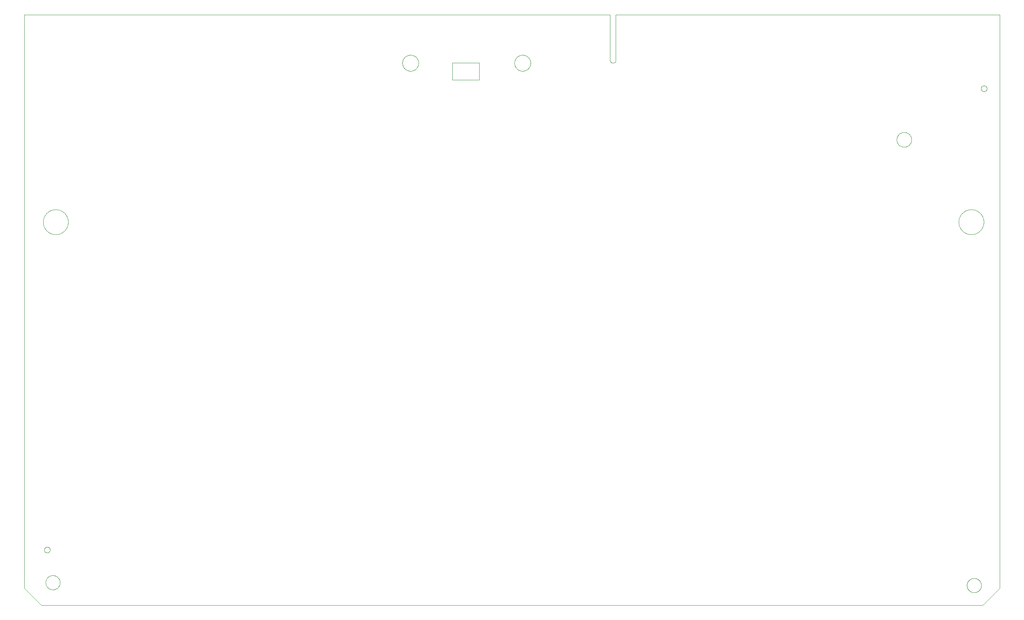
<source format=gko>
G75*
%MOIN*%
%OFA0B0*%
%FSLAX25Y25*%
%IPPOS*%
%LPD*%
%AMOC8*
5,1,8,0,0,1.08239X$1,22.5*
%
%ADD10C,0.00000*%
%ADD11C,0.00100*%
D10*
X0022600Y0007600D02*
X0007600Y0022600D01*
X0007600Y0527600D01*
X0480100Y0527600D01*
X0522600Y0527600D01*
X0522600Y0487600D01*
X0525100Y0485100D02*
X0525198Y0485102D01*
X0525296Y0485108D01*
X0525394Y0485117D01*
X0525491Y0485131D01*
X0525588Y0485148D01*
X0525684Y0485169D01*
X0525779Y0485194D01*
X0525873Y0485222D01*
X0525965Y0485255D01*
X0526057Y0485290D01*
X0526147Y0485330D01*
X0526235Y0485372D01*
X0526322Y0485419D01*
X0526406Y0485468D01*
X0526489Y0485521D01*
X0526569Y0485577D01*
X0526648Y0485637D01*
X0526724Y0485699D01*
X0526797Y0485764D01*
X0526868Y0485832D01*
X0526936Y0485903D01*
X0527001Y0485976D01*
X0527063Y0486052D01*
X0527123Y0486131D01*
X0527179Y0486211D01*
X0527232Y0486294D01*
X0527281Y0486378D01*
X0527328Y0486465D01*
X0527370Y0486553D01*
X0527410Y0486643D01*
X0527445Y0486735D01*
X0527478Y0486827D01*
X0527506Y0486921D01*
X0527531Y0487016D01*
X0527552Y0487112D01*
X0527569Y0487209D01*
X0527583Y0487306D01*
X0527592Y0487404D01*
X0527598Y0487502D01*
X0527600Y0487600D01*
X0527600Y0527600D01*
X0760100Y0527600D01*
X0865100Y0527600D01*
X0865100Y0022600D01*
X0850100Y0007600D01*
X0022600Y0007600D01*
X0026301Y0027600D02*
X0026303Y0027758D01*
X0026309Y0027916D01*
X0026319Y0028074D01*
X0026333Y0028232D01*
X0026351Y0028389D01*
X0026372Y0028546D01*
X0026398Y0028702D01*
X0026428Y0028858D01*
X0026461Y0029013D01*
X0026499Y0029166D01*
X0026540Y0029319D01*
X0026585Y0029471D01*
X0026634Y0029622D01*
X0026687Y0029771D01*
X0026743Y0029919D01*
X0026803Y0030065D01*
X0026867Y0030210D01*
X0026935Y0030353D01*
X0027006Y0030495D01*
X0027080Y0030635D01*
X0027158Y0030772D01*
X0027240Y0030908D01*
X0027324Y0031042D01*
X0027413Y0031173D01*
X0027504Y0031302D01*
X0027599Y0031429D01*
X0027696Y0031554D01*
X0027797Y0031676D01*
X0027901Y0031795D01*
X0028008Y0031912D01*
X0028118Y0032026D01*
X0028231Y0032137D01*
X0028346Y0032246D01*
X0028464Y0032351D01*
X0028585Y0032453D01*
X0028708Y0032553D01*
X0028834Y0032649D01*
X0028962Y0032742D01*
X0029092Y0032832D01*
X0029225Y0032918D01*
X0029360Y0033002D01*
X0029496Y0033081D01*
X0029635Y0033158D01*
X0029776Y0033230D01*
X0029918Y0033300D01*
X0030062Y0033365D01*
X0030208Y0033427D01*
X0030355Y0033485D01*
X0030504Y0033540D01*
X0030654Y0033591D01*
X0030805Y0033638D01*
X0030957Y0033681D01*
X0031110Y0033720D01*
X0031265Y0033756D01*
X0031420Y0033787D01*
X0031576Y0033815D01*
X0031732Y0033839D01*
X0031889Y0033859D01*
X0032047Y0033875D01*
X0032204Y0033887D01*
X0032363Y0033895D01*
X0032521Y0033899D01*
X0032679Y0033899D01*
X0032837Y0033895D01*
X0032996Y0033887D01*
X0033153Y0033875D01*
X0033311Y0033859D01*
X0033468Y0033839D01*
X0033624Y0033815D01*
X0033780Y0033787D01*
X0033935Y0033756D01*
X0034090Y0033720D01*
X0034243Y0033681D01*
X0034395Y0033638D01*
X0034546Y0033591D01*
X0034696Y0033540D01*
X0034845Y0033485D01*
X0034992Y0033427D01*
X0035138Y0033365D01*
X0035282Y0033300D01*
X0035424Y0033230D01*
X0035565Y0033158D01*
X0035704Y0033081D01*
X0035840Y0033002D01*
X0035975Y0032918D01*
X0036108Y0032832D01*
X0036238Y0032742D01*
X0036366Y0032649D01*
X0036492Y0032553D01*
X0036615Y0032453D01*
X0036736Y0032351D01*
X0036854Y0032246D01*
X0036969Y0032137D01*
X0037082Y0032026D01*
X0037192Y0031912D01*
X0037299Y0031795D01*
X0037403Y0031676D01*
X0037504Y0031554D01*
X0037601Y0031429D01*
X0037696Y0031302D01*
X0037787Y0031173D01*
X0037876Y0031042D01*
X0037960Y0030908D01*
X0038042Y0030772D01*
X0038120Y0030635D01*
X0038194Y0030495D01*
X0038265Y0030353D01*
X0038333Y0030210D01*
X0038397Y0030065D01*
X0038457Y0029919D01*
X0038513Y0029771D01*
X0038566Y0029622D01*
X0038615Y0029471D01*
X0038660Y0029319D01*
X0038701Y0029166D01*
X0038739Y0029013D01*
X0038772Y0028858D01*
X0038802Y0028702D01*
X0038828Y0028546D01*
X0038849Y0028389D01*
X0038867Y0028232D01*
X0038881Y0028074D01*
X0038891Y0027916D01*
X0038897Y0027758D01*
X0038899Y0027600D01*
X0038897Y0027442D01*
X0038891Y0027284D01*
X0038881Y0027126D01*
X0038867Y0026968D01*
X0038849Y0026811D01*
X0038828Y0026654D01*
X0038802Y0026498D01*
X0038772Y0026342D01*
X0038739Y0026187D01*
X0038701Y0026034D01*
X0038660Y0025881D01*
X0038615Y0025729D01*
X0038566Y0025578D01*
X0038513Y0025429D01*
X0038457Y0025281D01*
X0038397Y0025135D01*
X0038333Y0024990D01*
X0038265Y0024847D01*
X0038194Y0024705D01*
X0038120Y0024565D01*
X0038042Y0024428D01*
X0037960Y0024292D01*
X0037876Y0024158D01*
X0037787Y0024027D01*
X0037696Y0023898D01*
X0037601Y0023771D01*
X0037504Y0023646D01*
X0037403Y0023524D01*
X0037299Y0023405D01*
X0037192Y0023288D01*
X0037082Y0023174D01*
X0036969Y0023063D01*
X0036854Y0022954D01*
X0036736Y0022849D01*
X0036615Y0022747D01*
X0036492Y0022647D01*
X0036366Y0022551D01*
X0036238Y0022458D01*
X0036108Y0022368D01*
X0035975Y0022282D01*
X0035840Y0022198D01*
X0035704Y0022119D01*
X0035565Y0022042D01*
X0035424Y0021970D01*
X0035282Y0021900D01*
X0035138Y0021835D01*
X0034992Y0021773D01*
X0034845Y0021715D01*
X0034696Y0021660D01*
X0034546Y0021609D01*
X0034395Y0021562D01*
X0034243Y0021519D01*
X0034090Y0021480D01*
X0033935Y0021444D01*
X0033780Y0021413D01*
X0033624Y0021385D01*
X0033468Y0021361D01*
X0033311Y0021341D01*
X0033153Y0021325D01*
X0032996Y0021313D01*
X0032837Y0021305D01*
X0032679Y0021301D01*
X0032521Y0021301D01*
X0032363Y0021305D01*
X0032204Y0021313D01*
X0032047Y0021325D01*
X0031889Y0021341D01*
X0031732Y0021361D01*
X0031576Y0021385D01*
X0031420Y0021413D01*
X0031265Y0021444D01*
X0031110Y0021480D01*
X0030957Y0021519D01*
X0030805Y0021562D01*
X0030654Y0021609D01*
X0030504Y0021660D01*
X0030355Y0021715D01*
X0030208Y0021773D01*
X0030062Y0021835D01*
X0029918Y0021900D01*
X0029776Y0021970D01*
X0029635Y0022042D01*
X0029496Y0022119D01*
X0029360Y0022198D01*
X0029225Y0022282D01*
X0029092Y0022368D01*
X0028962Y0022458D01*
X0028834Y0022551D01*
X0028708Y0022647D01*
X0028585Y0022747D01*
X0028464Y0022849D01*
X0028346Y0022954D01*
X0028231Y0023063D01*
X0028118Y0023174D01*
X0028008Y0023288D01*
X0027901Y0023405D01*
X0027797Y0023524D01*
X0027696Y0023646D01*
X0027599Y0023771D01*
X0027504Y0023898D01*
X0027413Y0024027D01*
X0027324Y0024158D01*
X0027240Y0024292D01*
X0027158Y0024428D01*
X0027080Y0024565D01*
X0027006Y0024705D01*
X0026935Y0024847D01*
X0026867Y0024990D01*
X0026803Y0025135D01*
X0026743Y0025281D01*
X0026687Y0025429D01*
X0026634Y0025578D01*
X0026585Y0025729D01*
X0026540Y0025881D01*
X0026499Y0026034D01*
X0026461Y0026187D01*
X0026428Y0026342D01*
X0026398Y0026498D01*
X0026372Y0026654D01*
X0026351Y0026811D01*
X0026333Y0026968D01*
X0026319Y0027126D01*
X0026309Y0027284D01*
X0026303Y0027442D01*
X0026301Y0027600D01*
X0025041Y0056350D02*
X0025043Y0056451D01*
X0025049Y0056552D01*
X0025059Y0056653D01*
X0025073Y0056753D01*
X0025091Y0056852D01*
X0025113Y0056951D01*
X0025138Y0057049D01*
X0025168Y0057146D01*
X0025201Y0057241D01*
X0025238Y0057335D01*
X0025279Y0057428D01*
X0025323Y0057519D01*
X0025371Y0057608D01*
X0025423Y0057695D01*
X0025478Y0057780D01*
X0025536Y0057862D01*
X0025597Y0057943D01*
X0025662Y0058021D01*
X0025729Y0058096D01*
X0025799Y0058168D01*
X0025873Y0058238D01*
X0025949Y0058305D01*
X0026027Y0058369D01*
X0026108Y0058429D01*
X0026191Y0058486D01*
X0026277Y0058540D01*
X0026365Y0058591D01*
X0026454Y0058638D01*
X0026545Y0058682D01*
X0026638Y0058721D01*
X0026733Y0058758D01*
X0026828Y0058790D01*
X0026925Y0058819D01*
X0027024Y0058843D01*
X0027122Y0058864D01*
X0027222Y0058881D01*
X0027322Y0058894D01*
X0027423Y0058903D01*
X0027524Y0058908D01*
X0027625Y0058909D01*
X0027726Y0058906D01*
X0027827Y0058899D01*
X0027928Y0058888D01*
X0028028Y0058873D01*
X0028127Y0058854D01*
X0028226Y0058831D01*
X0028323Y0058805D01*
X0028420Y0058774D01*
X0028515Y0058740D01*
X0028608Y0058702D01*
X0028701Y0058660D01*
X0028791Y0058615D01*
X0028880Y0058566D01*
X0028966Y0058514D01*
X0029050Y0058458D01*
X0029133Y0058399D01*
X0029212Y0058337D01*
X0029290Y0058272D01*
X0029364Y0058204D01*
X0029436Y0058132D01*
X0029505Y0058059D01*
X0029571Y0057982D01*
X0029634Y0057903D01*
X0029694Y0057821D01*
X0029750Y0057737D01*
X0029803Y0057651D01*
X0029853Y0057563D01*
X0029899Y0057473D01*
X0029942Y0057382D01*
X0029981Y0057288D01*
X0030016Y0057193D01*
X0030047Y0057097D01*
X0030075Y0057000D01*
X0030099Y0056902D01*
X0030119Y0056803D01*
X0030135Y0056703D01*
X0030147Y0056602D01*
X0030155Y0056502D01*
X0030159Y0056401D01*
X0030159Y0056299D01*
X0030155Y0056198D01*
X0030147Y0056098D01*
X0030135Y0055997D01*
X0030119Y0055897D01*
X0030099Y0055798D01*
X0030075Y0055700D01*
X0030047Y0055603D01*
X0030016Y0055507D01*
X0029981Y0055412D01*
X0029942Y0055318D01*
X0029899Y0055227D01*
X0029853Y0055137D01*
X0029803Y0055049D01*
X0029750Y0054963D01*
X0029694Y0054879D01*
X0029634Y0054797D01*
X0029571Y0054718D01*
X0029505Y0054641D01*
X0029436Y0054568D01*
X0029364Y0054496D01*
X0029290Y0054428D01*
X0029212Y0054363D01*
X0029133Y0054301D01*
X0029050Y0054242D01*
X0028966Y0054186D01*
X0028879Y0054134D01*
X0028791Y0054085D01*
X0028701Y0054040D01*
X0028608Y0053998D01*
X0028515Y0053960D01*
X0028420Y0053926D01*
X0028323Y0053895D01*
X0028226Y0053869D01*
X0028127Y0053846D01*
X0028028Y0053827D01*
X0027928Y0053812D01*
X0027827Y0053801D01*
X0027726Y0053794D01*
X0027625Y0053791D01*
X0027524Y0053792D01*
X0027423Y0053797D01*
X0027322Y0053806D01*
X0027222Y0053819D01*
X0027122Y0053836D01*
X0027024Y0053857D01*
X0026925Y0053881D01*
X0026828Y0053910D01*
X0026733Y0053942D01*
X0026638Y0053979D01*
X0026545Y0054018D01*
X0026454Y0054062D01*
X0026365Y0054109D01*
X0026277Y0054160D01*
X0026191Y0054214D01*
X0026108Y0054271D01*
X0026027Y0054331D01*
X0025949Y0054395D01*
X0025873Y0054462D01*
X0025799Y0054532D01*
X0025729Y0054604D01*
X0025662Y0054679D01*
X0025597Y0054757D01*
X0025536Y0054838D01*
X0025478Y0054920D01*
X0025423Y0055005D01*
X0025371Y0055092D01*
X0025323Y0055181D01*
X0025279Y0055272D01*
X0025238Y0055365D01*
X0025201Y0055459D01*
X0025168Y0055554D01*
X0025138Y0055651D01*
X0025113Y0055749D01*
X0025091Y0055848D01*
X0025073Y0055947D01*
X0025059Y0056047D01*
X0025049Y0056148D01*
X0025043Y0056249D01*
X0025041Y0056350D01*
X0024100Y0345100D02*
X0024103Y0345370D01*
X0024113Y0345640D01*
X0024130Y0345909D01*
X0024153Y0346178D01*
X0024183Y0346447D01*
X0024219Y0346714D01*
X0024262Y0346981D01*
X0024311Y0347246D01*
X0024367Y0347510D01*
X0024430Y0347773D01*
X0024498Y0348034D01*
X0024574Y0348293D01*
X0024655Y0348550D01*
X0024743Y0348806D01*
X0024837Y0349059D01*
X0024937Y0349310D01*
X0025044Y0349558D01*
X0025156Y0349803D01*
X0025275Y0350046D01*
X0025399Y0350285D01*
X0025529Y0350522D01*
X0025665Y0350755D01*
X0025807Y0350985D01*
X0025954Y0351211D01*
X0026107Y0351434D01*
X0026265Y0351653D01*
X0026428Y0351868D01*
X0026597Y0352078D01*
X0026771Y0352285D01*
X0026950Y0352487D01*
X0027133Y0352685D01*
X0027322Y0352878D01*
X0027515Y0353067D01*
X0027713Y0353250D01*
X0027915Y0353429D01*
X0028122Y0353603D01*
X0028332Y0353772D01*
X0028547Y0353935D01*
X0028766Y0354093D01*
X0028989Y0354246D01*
X0029215Y0354393D01*
X0029445Y0354535D01*
X0029678Y0354671D01*
X0029915Y0354801D01*
X0030154Y0354925D01*
X0030397Y0355044D01*
X0030642Y0355156D01*
X0030890Y0355263D01*
X0031141Y0355363D01*
X0031394Y0355457D01*
X0031650Y0355545D01*
X0031907Y0355626D01*
X0032166Y0355702D01*
X0032427Y0355770D01*
X0032690Y0355833D01*
X0032954Y0355889D01*
X0033219Y0355938D01*
X0033486Y0355981D01*
X0033753Y0356017D01*
X0034022Y0356047D01*
X0034291Y0356070D01*
X0034560Y0356087D01*
X0034830Y0356097D01*
X0035100Y0356100D01*
X0035370Y0356097D01*
X0035640Y0356087D01*
X0035909Y0356070D01*
X0036178Y0356047D01*
X0036447Y0356017D01*
X0036714Y0355981D01*
X0036981Y0355938D01*
X0037246Y0355889D01*
X0037510Y0355833D01*
X0037773Y0355770D01*
X0038034Y0355702D01*
X0038293Y0355626D01*
X0038550Y0355545D01*
X0038806Y0355457D01*
X0039059Y0355363D01*
X0039310Y0355263D01*
X0039558Y0355156D01*
X0039803Y0355044D01*
X0040046Y0354925D01*
X0040285Y0354801D01*
X0040522Y0354671D01*
X0040755Y0354535D01*
X0040985Y0354393D01*
X0041211Y0354246D01*
X0041434Y0354093D01*
X0041653Y0353935D01*
X0041868Y0353772D01*
X0042078Y0353603D01*
X0042285Y0353429D01*
X0042487Y0353250D01*
X0042685Y0353067D01*
X0042878Y0352878D01*
X0043067Y0352685D01*
X0043250Y0352487D01*
X0043429Y0352285D01*
X0043603Y0352078D01*
X0043772Y0351868D01*
X0043935Y0351653D01*
X0044093Y0351434D01*
X0044246Y0351211D01*
X0044393Y0350985D01*
X0044535Y0350755D01*
X0044671Y0350522D01*
X0044801Y0350285D01*
X0044925Y0350046D01*
X0045044Y0349803D01*
X0045156Y0349558D01*
X0045263Y0349310D01*
X0045363Y0349059D01*
X0045457Y0348806D01*
X0045545Y0348550D01*
X0045626Y0348293D01*
X0045702Y0348034D01*
X0045770Y0347773D01*
X0045833Y0347510D01*
X0045889Y0347246D01*
X0045938Y0346981D01*
X0045981Y0346714D01*
X0046017Y0346447D01*
X0046047Y0346178D01*
X0046070Y0345909D01*
X0046087Y0345640D01*
X0046097Y0345370D01*
X0046100Y0345100D01*
X0046097Y0344830D01*
X0046087Y0344560D01*
X0046070Y0344291D01*
X0046047Y0344022D01*
X0046017Y0343753D01*
X0045981Y0343486D01*
X0045938Y0343219D01*
X0045889Y0342954D01*
X0045833Y0342690D01*
X0045770Y0342427D01*
X0045702Y0342166D01*
X0045626Y0341907D01*
X0045545Y0341650D01*
X0045457Y0341394D01*
X0045363Y0341141D01*
X0045263Y0340890D01*
X0045156Y0340642D01*
X0045044Y0340397D01*
X0044925Y0340154D01*
X0044801Y0339915D01*
X0044671Y0339678D01*
X0044535Y0339445D01*
X0044393Y0339215D01*
X0044246Y0338989D01*
X0044093Y0338766D01*
X0043935Y0338547D01*
X0043772Y0338332D01*
X0043603Y0338122D01*
X0043429Y0337915D01*
X0043250Y0337713D01*
X0043067Y0337515D01*
X0042878Y0337322D01*
X0042685Y0337133D01*
X0042487Y0336950D01*
X0042285Y0336771D01*
X0042078Y0336597D01*
X0041868Y0336428D01*
X0041653Y0336265D01*
X0041434Y0336107D01*
X0041211Y0335954D01*
X0040985Y0335807D01*
X0040755Y0335665D01*
X0040522Y0335529D01*
X0040285Y0335399D01*
X0040046Y0335275D01*
X0039803Y0335156D01*
X0039558Y0335044D01*
X0039310Y0334937D01*
X0039059Y0334837D01*
X0038806Y0334743D01*
X0038550Y0334655D01*
X0038293Y0334574D01*
X0038034Y0334498D01*
X0037773Y0334430D01*
X0037510Y0334367D01*
X0037246Y0334311D01*
X0036981Y0334262D01*
X0036714Y0334219D01*
X0036447Y0334183D01*
X0036178Y0334153D01*
X0035909Y0334130D01*
X0035640Y0334113D01*
X0035370Y0334103D01*
X0035100Y0334100D01*
X0034830Y0334103D01*
X0034560Y0334113D01*
X0034291Y0334130D01*
X0034022Y0334153D01*
X0033753Y0334183D01*
X0033486Y0334219D01*
X0033219Y0334262D01*
X0032954Y0334311D01*
X0032690Y0334367D01*
X0032427Y0334430D01*
X0032166Y0334498D01*
X0031907Y0334574D01*
X0031650Y0334655D01*
X0031394Y0334743D01*
X0031141Y0334837D01*
X0030890Y0334937D01*
X0030642Y0335044D01*
X0030397Y0335156D01*
X0030154Y0335275D01*
X0029915Y0335399D01*
X0029678Y0335529D01*
X0029445Y0335665D01*
X0029215Y0335807D01*
X0028989Y0335954D01*
X0028766Y0336107D01*
X0028547Y0336265D01*
X0028332Y0336428D01*
X0028122Y0336597D01*
X0027915Y0336771D01*
X0027713Y0336950D01*
X0027515Y0337133D01*
X0027322Y0337322D01*
X0027133Y0337515D01*
X0026950Y0337713D01*
X0026771Y0337915D01*
X0026597Y0338122D01*
X0026428Y0338332D01*
X0026265Y0338547D01*
X0026107Y0338766D01*
X0025954Y0338989D01*
X0025807Y0339215D01*
X0025665Y0339445D01*
X0025529Y0339678D01*
X0025399Y0339915D01*
X0025275Y0340154D01*
X0025156Y0340397D01*
X0025044Y0340642D01*
X0024937Y0340890D01*
X0024837Y0341141D01*
X0024743Y0341394D01*
X0024655Y0341650D01*
X0024574Y0341907D01*
X0024498Y0342166D01*
X0024430Y0342427D01*
X0024367Y0342690D01*
X0024311Y0342954D01*
X0024262Y0343219D01*
X0024219Y0343486D01*
X0024183Y0343753D01*
X0024153Y0344022D01*
X0024130Y0344291D01*
X0024113Y0344560D01*
X0024103Y0344830D01*
X0024100Y0345100D01*
X0383850Y0470100D02*
X0383850Y0485100D01*
X0407600Y0485100D01*
X0407600Y0470100D01*
X0383850Y0470100D01*
X0522600Y0487600D02*
X0522602Y0487502D01*
X0522608Y0487404D01*
X0522617Y0487306D01*
X0522631Y0487209D01*
X0522648Y0487112D01*
X0522669Y0487016D01*
X0522694Y0486921D01*
X0522722Y0486827D01*
X0522755Y0486735D01*
X0522790Y0486643D01*
X0522830Y0486553D01*
X0522872Y0486465D01*
X0522919Y0486378D01*
X0522968Y0486294D01*
X0523021Y0486211D01*
X0523077Y0486131D01*
X0523137Y0486052D01*
X0523199Y0485976D01*
X0523264Y0485903D01*
X0523332Y0485832D01*
X0523403Y0485764D01*
X0523476Y0485699D01*
X0523552Y0485637D01*
X0523631Y0485577D01*
X0523711Y0485521D01*
X0523794Y0485468D01*
X0523878Y0485419D01*
X0523965Y0485372D01*
X0524053Y0485330D01*
X0524143Y0485290D01*
X0524235Y0485255D01*
X0524327Y0485222D01*
X0524421Y0485194D01*
X0524516Y0485169D01*
X0524612Y0485148D01*
X0524709Y0485131D01*
X0524806Y0485117D01*
X0524904Y0485108D01*
X0525002Y0485102D01*
X0525100Y0485100D01*
X0774600Y0417600D02*
X0774602Y0417761D01*
X0774608Y0417921D01*
X0774618Y0418082D01*
X0774632Y0418242D01*
X0774650Y0418402D01*
X0774671Y0418561D01*
X0774697Y0418720D01*
X0774727Y0418878D01*
X0774760Y0419035D01*
X0774798Y0419192D01*
X0774839Y0419347D01*
X0774884Y0419501D01*
X0774933Y0419654D01*
X0774986Y0419806D01*
X0775042Y0419957D01*
X0775103Y0420106D01*
X0775166Y0420254D01*
X0775234Y0420400D01*
X0775305Y0420544D01*
X0775379Y0420686D01*
X0775457Y0420827D01*
X0775539Y0420965D01*
X0775624Y0421102D01*
X0775712Y0421236D01*
X0775804Y0421368D01*
X0775899Y0421498D01*
X0775997Y0421626D01*
X0776098Y0421751D01*
X0776202Y0421873D01*
X0776309Y0421993D01*
X0776419Y0422110D01*
X0776532Y0422225D01*
X0776648Y0422336D01*
X0776767Y0422445D01*
X0776888Y0422550D01*
X0777012Y0422653D01*
X0777138Y0422753D01*
X0777266Y0422849D01*
X0777397Y0422942D01*
X0777531Y0423032D01*
X0777666Y0423119D01*
X0777804Y0423202D01*
X0777943Y0423282D01*
X0778085Y0423358D01*
X0778228Y0423431D01*
X0778373Y0423500D01*
X0778520Y0423566D01*
X0778668Y0423628D01*
X0778818Y0423686D01*
X0778969Y0423741D01*
X0779122Y0423792D01*
X0779276Y0423839D01*
X0779431Y0423882D01*
X0779587Y0423921D01*
X0779743Y0423957D01*
X0779901Y0423988D01*
X0780059Y0424016D01*
X0780218Y0424040D01*
X0780378Y0424060D01*
X0780538Y0424076D01*
X0780698Y0424088D01*
X0780859Y0424096D01*
X0781020Y0424100D01*
X0781180Y0424100D01*
X0781341Y0424096D01*
X0781502Y0424088D01*
X0781662Y0424076D01*
X0781822Y0424060D01*
X0781982Y0424040D01*
X0782141Y0424016D01*
X0782299Y0423988D01*
X0782457Y0423957D01*
X0782613Y0423921D01*
X0782769Y0423882D01*
X0782924Y0423839D01*
X0783078Y0423792D01*
X0783231Y0423741D01*
X0783382Y0423686D01*
X0783532Y0423628D01*
X0783680Y0423566D01*
X0783827Y0423500D01*
X0783972Y0423431D01*
X0784115Y0423358D01*
X0784257Y0423282D01*
X0784396Y0423202D01*
X0784534Y0423119D01*
X0784669Y0423032D01*
X0784803Y0422942D01*
X0784934Y0422849D01*
X0785062Y0422753D01*
X0785188Y0422653D01*
X0785312Y0422550D01*
X0785433Y0422445D01*
X0785552Y0422336D01*
X0785668Y0422225D01*
X0785781Y0422110D01*
X0785891Y0421993D01*
X0785998Y0421873D01*
X0786102Y0421751D01*
X0786203Y0421626D01*
X0786301Y0421498D01*
X0786396Y0421368D01*
X0786488Y0421236D01*
X0786576Y0421102D01*
X0786661Y0420965D01*
X0786743Y0420827D01*
X0786821Y0420686D01*
X0786895Y0420544D01*
X0786966Y0420400D01*
X0787034Y0420254D01*
X0787097Y0420106D01*
X0787158Y0419957D01*
X0787214Y0419806D01*
X0787267Y0419654D01*
X0787316Y0419501D01*
X0787361Y0419347D01*
X0787402Y0419192D01*
X0787440Y0419035D01*
X0787473Y0418878D01*
X0787503Y0418720D01*
X0787529Y0418561D01*
X0787550Y0418402D01*
X0787568Y0418242D01*
X0787582Y0418082D01*
X0787592Y0417921D01*
X0787598Y0417761D01*
X0787600Y0417600D01*
X0787598Y0417439D01*
X0787592Y0417279D01*
X0787582Y0417118D01*
X0787568Y0416958D01*
X0787550Y0416798D01*
X0787529Y0416639D01*
X0787503Y0416480D01*
X0787473Y0416322D01*
X0787440Y0416165D01*
X0787402Y0416008D01*
X0787361Y0415853D01*
X0787316Y0415699D01*
X0787267Y0415546D01*
X0787214Y0415394D01*
X0787158Y0415243D01*
X0787097Y0415094D01*
X0787034Y0414946D01*
X0786966Y0414800D01*
X0786895Y0414656D01*
X0786821Y0414514D01*
X0786743Y0414373D01*
X0786661Y0414235D01*
X0786576Y0414098D01*
X0786488Y0413964D01*
X0786396Y0413832D01*
X0786301Y0413702D01*
X0786203Y0413574D01*
X0786102Y0413449D01*
X0785998Y0413327D01*
X0785891Y0413207D01*
X0785781Y0413090D01*
X0785668Y0412975D01*
X0785552Y0412864D01*
X0785433Y0412755D01*
X0785312Y0412650D01*
X0785188Y0412547D01*
X0785062Y0412447D01*
X0784934Y0412351D01*
X0784803Y0412258D01*
X0784669Y0412168D01*
X0784534Y0412081D01*
X0784396Y0411998D01*
X0784257Y0411918D01*
X0784115Y0411842D01*
X0783972Y0411769D01*
X0783827Y0411700D01*
X0783680Y0411634D01*
X0783532Y0411572D01*
X0783382Y0411514D01*
X0783231Y0411459D01*
X0783078Y0411408D01*
X0782924Y0411361D01*
X0782769Y0411318D01*
X0782613Y0411279D01*
X0782457Y0411243D01*
X0782299Y0411212D01*
X0782141Y0411184D01*
X0781982Y0411160D01*
X0781822Y0411140D01*
X0781662Y0411124D01*
X0781502Y0411112D01*
X0781341Y0411104D01*
X0781180Y0411100D01*
X0781020Y0411100D01*
X0780859Y0411104D01*
X0780698Y0411112D01*
X0780538Y0411124D01*
X0780378Y0411140D01*
X0780218Y0411160D01*
X0780059Y0411184D01*
X0779901Y0411212D01*
X0779743Y0411243D01*
X0779587Y0411279D01*
X0779431Y0411318D01*
X0779276Y0411361D01*
X0779122Y0411408D01*
X0778969Y0411459D01*
X0778818Y0411514D01*
X0778668Y0411572D01*
X0778520Y0411634D01*
X0778373Y0411700D01*
X0778228Y0411769D01*
X0778085Y0411842D01*
X0777943Y0411918D01*
X0777804Y0411998D01*
X0777666Y0412081D01*
X0777531Y0412168D01*
X0777397Y0412258D01*
X0777266Y0412351D01*
X0777138Y0412447D01*
X0777012Y0412547D01*
X0776888Y0412650D01*
X0776767Y0412755D01*
X0776648Y0412864D01*
X0776532Y0412975D01*
X0776419Y0413090D01*
X0776309Y0413207D01*
X0776202Y0413327D01*
X0776098Y0413449D01*
X0775997Y0413574D01*
X0775899Y0413702D01*
X0775804Y0413832D01*
X0775712Y0413964D01*
X0775624Y0414098D01*
X0775539Y0414235D01*
X0775457Y0414373D01*
X0775379Y0414514D01*
X0775305Y0414656D01*
X0775234Y0414800D01*
X0775166Y0414946D01*
X0775103Y0415094D01*
X0775042Y0415243D01*
X0774986Y0415394D01*
X0774933Y0415546D01*
X0774884Y0415699D01*
X0774839Y0415853D01*
X0774798Y0416008D01*
X0774760Y0416165D01*
X0774727Y0416322D01*
X0774697Y0416480D01*
X0774671Y0416639D01*
X0774650Y0416798D01*
X0774632Y0416958D01*
X0774618Y0417118D01*
X0774608Y0417279D01*
X0774602Y0417439D01*
X0774600Y0417600D01*
X0848791Y0462600D02*
X0848793Y0462701D01*
X0848799Y0462802D01*
X0848809Y0462903D01*
X0848823Y0463003D01*
X0848841Y0463102D01*
X0848863Y0463201D01*
X0848888Y0463299D01*
X0848918Y0463396D01*
X0848951Y0463491D01*
X0848988Y0463585D01*
X0849029Y0463678D01*
X0849073Y0463769D01*
X0849121Y0463858D01*
X0849173Y0463945D01*
X0849228Y0464030D01*
X0849286Y0464112D01*
X0849347Y0464193D01*
X0849412Y0464271D01*
X0849479Y0464346D01*
X0849549Y0464418D01*
X0849623Y0464488D01*
X0849699Y0464555D01*
X0849777Y0464619D01*
X0849858Y0464679D01*
X0849941Y0464736D01*
X0850027Y0464790D01*
X0850115Y0464841D01*
X0850204Y0464888D01*
X0850295Y0464932D01*
X0850388Y0464971D01*
X0850483Y0465008D01*
X0850578Y0465040D01*
X0850675Y0465069D01*
X0850774Y0465093D01*
X0850872Y0465114D01*
X0850972Y0465131D01*
X0851072Y0465144D01*
X0851173Y0465153D01*
X0851274Y0465158D01*
X0851375Y0465159D01*
X0851476Y0465156D01*
X0851577Y0465149D01*
X0851678Y0465138D01*
X0851778Y0465123D01*
X0851877Y0465104D01*
X0851976Y0465081D01*
X0852073Y0465055D01*
X0852170Y0465024D01*
X0852265Y0464990D01*
X0852358Y0464952D01*
X0852451Y0464910D01*
X0852541Y0464865D01*
X0852630Y0464816D01*
X0852716Y0464764D01*
X0852800Y0464708D01*
X0852883Y0464649D01*
X0852962Y0464587D01*
X0853040Y0464522D01*
X0853114Y0464454D01*
X0853186Y0464382D01*
X0853255Y0464309D01*
X0853321Y0464232D01*
X0853384Y0464153D01*
X0853444Y0464071D01*
X0853500Y0463987D01*
X0853553Y0463901D01*
X0853603Y0463813D01*
X0853649Y0463723D01*
X0853692Y0463632D01*
X0853731Y0463538D01*
X0853766Y0463443D01*
X0853797Y0463347D01*
X0853825Y0463250D01*
X0853849Y0463152D01*
X0853869Y0463053D01*
X0853885Y0462953D01*
X0853897Y0462852D01*
X0853905Y0462752D01*
X0853909Y0462651D01*
X0853909Y0462549D01*
X0853905Y0462448D01*
X0853897Y0462348D01*
X0853885Y0462247D01*
X0853869Y0462147D01*
X0853849Y0462048D01*
X0853825Y0461950D01*
X0853797Y0461853D01*
X0853766Y0461757D01*
X0853731Y0461662D01*
X0853692Y0461568D01*
X0853649Y0461477D01*
X0853603Y0461387D01*
X0853553Y0461299D01*
X0853500Y0461213D01*
X0853444Y0461129D01*
X0853384Y0461047D01*
X0853321Y0460968D01*
X0853255Y0460891D01*
X0853186Y0460818D01*
X0853114Y0460746D01*
X0853040Y0460678D01*
X0852962Y0460613D01*
X0852883Y0460551D01*
X0852800Y0460492D01*
X0852716Y0460436D01*
X0852629Y0460384D01*
X0852541Y0460335D01*
X0852451Y0460290D01*
X0852358Y0460248D01*
X0852265Y0460210D01*
X0852170Y0460176D01*
X0852073Y0460145D01*
X0851976Y0460119D01*
X0851877Y0460096D01*
X0851778Y0460077D01*
X0851678Y0460062D01*
X0851577Y0460051D01*
X0851476Y0460044D01*
X0851375Y0460041D01*
X0851274Y0460042D01*
X0851173Y0460047D01*
X0851072Y0460056D01*
X0850972Y0460069D01*
X0850872Y0460086D01*
X0850774Y0460107D01*
X0850675Y0460131D01*
X0850578Y0460160D01*
X0850483Y0460192D01*
X0850388Y0460229D01*
X0850295Y0460268D01*
X0850204Y0460312D01*
X0850115Y0460359D01*
X0850027Y0460410D01*
X0849941Y0460464D01*
X0849858Y0460521D01*
X0849777Y0460581D01*
X0849699Y0460645D01*
X0849623Y0460712D01*
X0849549Y0460782D01*
X0849479Y0460854D01*
X0849412Y0460929D01*
X0849347Y0461007D01*
X0849286Y0461088D01*
X0849228Y0461170D01*
X0849173Y0461255D01*
X0849121Y0461342D01*
X0849073Y0461431D01*
X0849029Y0461522D01*
X0848988Y0461615D01*
X0848951Y0461709D01*
X0848918Y0461804D01*
X0848888Y0461901D01*
X0848863Y0461999D01*
X0848841Y0462098D01*
X0848823Y0462197D01*
X0848809Y0462297D01*
X0848799Y0462398D01*
X0848793Y0462499D01*
X0848791Y0462600D01*
X0829100Y0345100D02*
X0829103Y0345370D01*
X0829113Y0345640D01*
X0829130Y0345909D01*
X0829153Y0346178D01*
X0829183Y0346447D01*
X0829219Y0346714D01*
X0829262Y0346981D01*
X0829311Y0347246D01*
X0829367Y0347510D01*
X0829430Y0347773D01*
X0829498Y0348034D01*
X0829574Y0348293D01*
X0829655Y0348550D01*
X0829743Y0348806D01*
X0829837Y0349059D01*
X0829937Y0349310D01*
X0830044Y0349558D01*
X0830156Y0349803D01*
X0830275Y0350046D01*
X0830399Y0350285D01*
X0830529Y0350522D01*
X0830665Y0350755D01*
X0830807Y0350985D01*
X0830954Y0351211D01*
X0831107Y0351434D01*
X0831265Y0351653D01*
X0831428Y0351868D01*
X0831597Y0352078D01*
X0831771Y0352285D01*
X0831950Y0352487D01*
X0832133Y0352685D01*
X0832322Y0352878D01*
X0832515Y0353067D01*
X0832713Y0353250D01*
X0832915Y0353429D01*
X0833122Y0353603D01*
X0833332Y0353772D01*
X0833547Y0353935D01*
X0833766Y0354093D01*
X0833989Y0354246D01*
X0834215Y0354393D01*
X0834445Y0354535D01*
X0834678Y0354671D01*
X0834915Y0354801D01*
X0835154Y0354925D01*
X0835397Y0355044D01*
X0835642Y0355156D01*
X0835890Y0355263D01*
X0836141Y0355363D01*
X0836394Y0355457D01*
X0836650Y0355545D01*
X0836907Y0355626D01*
X0837166Y0355702D01*
X0837427Y0355770D01*
X0837690Y0355833D01*
X0837954Y0355889D01*
X0838219Y0355938D01*
X0838486Y0355981D01*
X0838753Y0356017D01*
X0839022Y0356047D01*
X0839291Y0356070D01*
X0839560Y0356087D01*
X0839830Y0356097D01*
X0840100Y0356100D01*
X0840370Y0356097D01*
X0840640Y0356087D01*
X0840909Y0356070D01*
X0841178Y0356047D01*
X0841447Y0356017D01*
X0841714Y0355981D01*
X0841981Y0355938D01*
X0842246Y0355889D01*
X0842510Y0355833D01*
X0842773Y0355770D01*
X0843034Y0355702D01*
X0843293Y0355626D01*
X0843550Y0355545D01*
X0843806Y0355457D01*
X0844059Y0355363D01*
X0844310Y0355263D01*
X0844558Y0355156D01*
X0844803Y0355044D01*
X0845046Y0354925D01*
X0845285Y0354801D01*
X0845522Y0354671D01*
X0845755Y0354535D01*
X0845985Y0354393D01*
X0846211Y0354246D01*
X0846434Y0354093D01*
X0846653Y0353935D01*
X0846868Y0353772D01*
X0847078Y0353603D01*
X0847285Y0353429D01*
X0847487Y0353250D01*
X0847685Y0353067D01*
X0847878Y0352878D01*
X0848067Y0352685D01*
X0848250Y0352487D01*
X0848429Y0352285D01*
X0848603Y0352078D01*
X0848772Y0351868D01*
X0848935Y0351653D01*
X0849093Y0351434D01*
X0849246Y0351211D01*
X0849393Y0350985D01*
X0849535Y0350755D01*
X0849671Y0350522D01*
X0849801Y0350285D01*
X0849925Y0350046D01*
X0850044Y0349803D01*
X0850156Y0349558D01*
X0850263Y0349310D01*
X0850363Y0349059D01*
X0850457Y0348806D01*
X0850545Y0348550D01*
X0850626Y0348293D01*
X0850702Y0348034D01*
X0850770Y0347773D01*
X0850833Y0347510D01*
X0850889Y0347246D01*
X0850938Y0346981D01*
X0850981Y0346714D01*
X0851017Y0346447D01*
X0851047Y0346178D01*
X0851070Y0345909D01*
X0851087Y0345640D01*
X0851097Y0345370D01*
X0851100Y0345100D01*
X0851097Y0344830D01*
X0851087Y0344560D01*
X0851070Y0344291D01*
X0851047Y0344022D01*
X0851017Y0343753D01*
X0850981Y0343486D01*
X0850938Y0343219D01*
X0850889Y0342954D01*
X0850833Y0342690D01*
X0850770Y0342427D01*
X0850702Y0342166D01*
X0850626Y0341907D01*
X0850545Y0341650D01*
X0850457Y0341394D01*
X0850363Y0341141D01*
X0850263Y0340890D01*
X0850156Y0340642D01*
X0850044Y0340397D01*
X0849925Y0340154D01*
X0849801Y0339915D01*
X0849671Y0339678D01*
X0849535Y0339445D01*
X0849393Y0339215D01*
X0849246Y0338989D01*
X0849093Y0338766D01*
X0848935Y0338547D01*
X0848772Y0338332D01*
X0848603Y0338122D01*
X0848429Y0337915D01*
X0848250Y0337713D01*
X0848067Y0337515D01*
X0847878Y0337322D01*
X0847685Y0337133D01*
X0847487Y0336950D01*
X0847285Y0336771D01*
X0847078Y0336597D01*
X0846868Y0336428D01*
X0846653Y0336265D01*
X0846434Y0336107D01*
X0846211Y0335954D01*
X0845985Y0335807D01*
X0845755Y0335665D01*
X0845522Y0335529D01*
X0845285Y0335399D01*
X0845046Y0335275D01*
X0844803Y0335156D01*
X0844558Y0335044D01*
X0844310Y0334937D01*
X0844059Y0334837D01*
X0843806Y0334743D01*
X0843550Y0334655D01*
X0843293Y0334574D01*
X0843034Y0334498D01*
X0842773Y0334430D01*
X0842510Y0334367D01*
X0842246Y0334311D01*
X0841981Y0334262D01*
X0841714Y0334219D01*
X0841447Y0334183D01*
X0841178Y0334153D01*
X0840909Y0334130D01*
X0840640Y0334113D01*
X0840370Y0334103D01*
X0840100Y0334100D01*
X0839830Y0334103D01*
X0839560Y0334113D01*
X0839291Y0334130D01*
X0839022Y0334153D01*
X0838753Y0334183D01*
X0838486Y0334219D01*
X0838219Y0334262D01*
X0837954Y0334311D01*
X0837690Y0334367D01*
X0837427Y0334430D01*
X0837166Y0334498D01*
X0836907Y0334574D01*
X0836650Y0334655D01*
X0836394Y0334743D01*
X0836141Y0334837D01*
X0835890Y0334937D01*
X0835642Y0335044D01*
X0835397Y0335156D01*
X0835154Y0335275D01*
X0834915Y0335399D01*
X0834678Y0335529D01*
X0834445Y0335665D01*
X0834215Y0335807D01*
X0833989Y0335954D01*
X0833766Y0336107D01*
X0833547Y0336265D01*
X0833332Y0336428D01*
X0833122Y0336597D01*
X0832915Y0336771D01*
X0832713Y0336950D01*
X0832515Y0337133D01*
X0832322Y0337322D01*
X0832133Y0337515D01*
X0831950Y0337713D01*
X0831771Y0337915D01*
X0831597Y0338122D01*
X0831428Y0338332D01*
X0831265Y0338547D01*
X0831107Y0338766D01*
X0830954Y0338989D01*
X0830807Y0339215D01*
X0830665Y0339445D01*
X0830529Y0339678D01*
X0830399Y0339915D01*
X0830275Y0340154D01*
X0830156Y0340397D01*
X0830044Y0340642D01*
X0829937Y0340890D01*
X0829837Y0341141D01*
X0829743Y0341394D01*
X0829655Y0341650D01*
X0829574Y0341907D01*
X0829498Y0342166D01*
X0829430Y0342427D01*
X0829367Y0342690D01*
X0829311Y0342954D01*
X0829262Y0343219D01*
X0829219Y0343486D01*
X0829183Y0343753D01*
X0829153Y0344022D01*
X0829130Y0344291D01*
X0829113Y0344560D01*
X0829103Y0344830D01*
X0829100Y0345100D01*
X0836301Y0025100D02*
X0836303Y0025258D01*
X0836309Y0025416D01*
X0836319Y0025574D01*
X0836333Y0025732D01*
X0836351Y0025889D01*
X0836372Y0026046D01*
X0836398Y0026202D01*
X0836428Y0026358D01*
X0836461Y0026513D01*
X0836499Y0026666D01*
X0836540Y0026819D01*
X0836585Y0026971D01*
X0836634Y0027122D01*
X0836687Y0027271D01*
X0836743Y0027419D01*
X0836803Y0027565D01*
X0836867Y0027710D01*
X0836935Y0027853D01*
X0837006Y0027995D01*
X0837080Y0028135D01*
X0837158Y0028272D01*
X0837240Y0028408D01*
X0837324Y0028542D01*
X0837413Y0028673D01*
X0837504Y0028802D01*
X0837599Y0028929D01*
X0837696Y0029054D01*
X0837797Y0029176D01*
X0837901Y0029295D01*
X0838008Y0029412D01*
X0838118Y0029526D01*
X0838231Y0029637D01*
X0838346Y0029746D01*
X0838464Y0029851D01*
X0838585Y0029953D01*
X0838708Y0030053D01*
X0838834Y0030149D01*
X0838962Y0030242D01*
X0839092Y0030332D01*
X0839225Y0030418D01*
X0839360Y0030502D01*
X0839496Y0030581D01*
X0839635Y0030658D01*
X0839776Y0030730D01*
X0839918Y0030800D01*
X0840062Y0030865D01*
X0840208Y0030927D01*
X0840355Y0030985D01*
X0840504Y0031040D01*
X0840654Y0031091D01*
X0840805Y0031138D01*
X0840957Y0031181D01*
X0841110Y0031220D01*
X0841265Y0031256D01*
X0841420Y0031287D01*
X0841576Y0031315D01*
X0841732Y0031339D01*
X0841889Y0031359D01*
X0842047Y0031375D01*
X0842204Y0031387D01*
X0842363Y0031395D01*
X0842521Y0031399D01*
X0842679Y0031399D01*
X0842837Y0031395D01*
X0842996Y0031387D01*
X0843153Y0031375D01*
X0843311Y0031359D01*
X0843468Y0031339D01*
X0843624Y0031315D01*
X0843780Y0031287D01*
X0843935Y0031256D01*
X0844090Y0031220D01*
X0844243Y0031181D01*
X0844395Y0031138D01*
X0844546Y0031091D01*
X0844696Y0031040D01*
X0844845Y0030985D01*
X0844992Y0030927D01*
X0845138Y0030865D01*
X0845282Y0030800D01*
X0845424Y0030730D01*
X0845565Y0030658D01*
X0845704Y0030581D01*
X0845840Y0030502D01*
X0845975Y0030418D01*
X0846108Y0030332D01*
X0846238Y0030242D01*
X0846366Y0030149D01*
X0846492Y0030053D01*
X0846615Y0029953D01*
X0846736Y0029851D01*
X0846854Y0029746D01*
X0846969Y0029637D01*
X0847082Y0029526D01*
X0847192Y0029412D01*
X0847299Y0029295D01*
X0847403Y0029176D01*
X0847504Y0029054D01*
X0847601Y0028929D01*
X0847696Y0028802D01*
X0847787Y0028673D01*
X0847876Y0028542D01*
X0847960Y0028408D01*
X0848042Y0028272D01*
X0848120Y0028135D01*
X0848194Y0027995D01*
X0848265Y0027853D01*
X0848333Y0027710D01*
X0848397Y0027565D01*
X0848457Y0027419D01*
X0848513Y0027271D01*
X0848566Y0027122D01*
X0848615Y0026971D01*
X0848660Y0026819D01*
X0848701Y0026666D01*
X0848739Y0026513D01*
X0848772Y0026358D01*
X0848802Y0026202D01*
X0848828Y0026046D01*
X0848849Y0025889D01*
X0848867Y0025732D01*
X0848881Y0025574D01*
X0848891Y0025416D01*
X0848897Y0025258D01*
X0848899Y0025100D01*
X0848897Y0024942D01*
X0848891Y0024784D01*
X0848881Y0024626D01*
X0848867Y0024468D01*
X0848849Y0024311D01*
X0848828Y0024154D01*
X0848802Y0023998D01*
X0848772Y0023842D01*
X0848739Y0023687D01*
X0848701Y0023534D01*
X0848660Y0023381D01*
X0848615Y0023229D01*
X0848566Y0023078D01*
X0848513Y0022929D01*
X0848457Y0022781D01*
X0848397Y0022635D01*
X0848333Y0022490D01*
X0848265Y0022347D01*
X0848194Y0022205D01*
X0848120Y0022065D01*
X0848042Y0021928D01*
X0847960Y0021792D01*
X0847876Y0021658D01*
X0847787Y0021527D01*
X0847696Y0021398D01*
X0847601Y0021271D01*
X0847504Y0021146D01*
X0847403Y0021024D01*
X0847299Y0020905D01*
X0847192Y0020788D01*
X0847082Y0020674D01*
X0846969Y0020563D01*
X0846854Y0020454D01*
X0846736Y0020349D01*
X0846615Y0020247D01*
X0846492Y0020147D01*
X0846366Y0020051D01*
X0846238Y0019958D01*
X0846108Y0019868D01*
X0845975Y0019782D01*
X0845840Y0019698D01*
X0845704Y0019619D01*
X0845565Y0019542D01*
X0845424Y0019470D01*
X0845282Y0019400D01*
X0845138Y0019335D01*
X0844992Y0019273D01*
X0844845Y0019215D01*
X0844696Y0019160D01*
X0844546Y0019109D01*
X0844395Y0019062D01*
X0844243Y0019019D01*
X0844090Y0018980D01*
X0843935Y0018944D01*
X0843780Y0018913D01*
X0843624Y0018885D01*
X0843468Y0018861D01*
X0843311Y0018841D01*
X0843153Y0018825D01*
X0842996Y0018813D01*
X0842837Y0018805D01*
X0842679Y0018801D01*
X0842521Y0018801D01*
X0842363Y0018805D01*
X0842204Y0018813D01*
X0842047Y0018825D01*
X0841889Y0018841D01*
X0841732Y0018861D01*
X0841576Y0018885D01*
X0841420Y0018913D01*
X0841265Y0018944D01*
X0841110Y0018980D01*
X0840957Y0019019D01*
X0840805Y0019062D01*
X0840654Y0019109D01*
X0840504Y0019160D01*
X0840355Y0019215D01*
X0840208Y0019273D01*
X0840062Y0019335D01*
X0839918Y0019400D01*
X0839776Y0019470D01*
X0839635Y0019542D01*
X0839496Y0019619D01*
X0839360Y0019698D01*
X0839225Y0019782D01*
X0839092Y0019868D01*
X0838962Y0019958D01*
X0838834Y0020051D01*
X0838708Y0020147D01*
X0838585Y0020247D01*
X0838464Y0020349D01*
X0838346Y0020454D01*
X0838231Y0020563D01*
X0838118Y0020674D01*
X0838008Y0020788D01*
X0837901Y0020905D01*
X0837797Y0021024D01*
X0837696Y0021146D01*
X0837599Y0021271D01*
X0837504Y0021398D01*
X0837413Y0021527D01*
X0837324Y0021658D01*
X0837240Y0021792D01*
X0837158Y0021928D01*
X0837080Y0022065D01*
X0837006Y0022205D01*
X0836935Y0022347D01*
X0836867Y0022490D01*
X0836803Y0022635D01*
X0836743Y0022781D01*
X0836687Y0022929D01*
X0836634Y0023078D01*
X0836585Y0023229D01*
X0836540Y0023381D01*
X0836499Y0023534D01*
X0836461Y0023687D01*
X0836428Y0023842D01*
X0836398Y0023998D01*
X0836372Y0024154D01*
X0836351Y0024311D01*
X0836333Y0024468D01*
X0836319Y0024626D01*
X0836309Y0024784D01*
X0836303Y0024942D01*
X0836301Y0025100D01*
D11*
X0438529Y0485100D02*
X0438531Y0485274D01*
X0438538Y0485447D01*
X0438548Y0485620D01*
X0438563Y0485793D01*
X0438582Y0485966D01*
X0438606Y0486138D01*
X0438633Y0486309D01*
X0438665Y0486479D01*
X0438701Y0486649D01*
X0438741Y0486818D01*
X0438785Y0486986D01*
X0438833Y0487153D01*
X0438886Y0487318D01*
X0438942Y0487482D01*
X0439003Y0487645D01*
X0439067Y0487806D01*
X0439136Y0487965D01*
X0439208Y0488123D01*
X0439284Y0488279D01*
X0439364Y0488433D01*
X0439448Y0488585D01*
X0439535Y0488735D01*
X0439626Y0488883D01*
X0439721Y0489028D01*
X0439819Y0489172D01*
X0439921Y0489312D01*
X0440026Y0489450D01*
X0440134Y0489586D01*
X0440246Y0489719D01*
X0440361Y0489849D01*
X0440479Y0489976D01*
X0440600Y0490100D01*
X0440724Y0490221D01*
X0440851Y0490339D01*
X0440981Y0490454D01*
X0441114Y0490566D01*
X0441250Y0490674D01*
X0441388Y0490779D01*
X0441528Y0490881D01*
X0441672Y0490979D01*
X0441817Y0491074D01*
X0441965Y0491165D01*
X0442115Y0491252D01*
X0442267Y0491336D01*
X0442421Y0491416D01*
X0442577Y0491492D01*
X0442735Y0491564D01*
X0442894Y0491633D01*
X0443055Y0491697D01*
X0443218Y0491758D01*
X0443382Y0491814D01*
X0443547Y0491867D01*
X0443714Y0491915D01*
X0443882Y0491959D01*
X0444051Y0491999D01*
X0444221Y0492035D01*
X0444391Y0492067D01*
X0444562Y0492094D01*
X0444734Y0492118D01*
X0444907Y0492137D01*
X0445080Y0492152D01*
X0445253Y0492162D01*
X0445426Y0492169D01*
X0445600Y0492171D01*
X0445774Y0492169D01*
X0445947Y0492162D01*
X0446120Y0492152D01*
X0446293Y0492137D01*
X0446466Y0492118D01*
X0446638Y0492094D01*
X0446809Y0492067D01*
X0446979Y0492035D01*
X0447149Y0491999D01*
X0447318Y0491959D01*
X0447486Y0491915D01*
X0447653Y0491867D01*
X0447818Y0491814D01*
X0447982Y0491758D01*
X0448145Y0491697D01*
X0448306Y0491633D01*
X0448465Y0491564D01*
X0448623Y0491492D01*
X0448779Y0491416D01*
X0448933Y0491336D01*
X0449085Y0491252D01*
X0449235Y0491165D01*
X0449383Y0491074D01*
X0449528Y0490979D01*
X0449672Y0490881D01*
X0449812Y0490779D01*
X0449950Y0490674D01*
X0450086Y0490566D01*
X0450219Y0490454D01*
X0450349Y0490339D01*
X0450476Y0490221D01*
X0450600Y0490100D01*
X0450721Y0489976D01*
X0450839Y0489849D01*
X0450954Y0489719D01*
X0451066Y0489586D01*
X0451174Y0489450D01*
X0451279Y0489312D01*
X0451381Y0489172D01*
X0451479Y0489028D01*
X0451574Y0488883D01*
X0451665Y0488735D01*
X0451752Y0488585D01*
X0451836Y0488433D01*
X0451916Y0488279D01*
X0451992Y0488123D01*
X0452064Y0487965D01*
X0452133Y0487806D01*
X0452197Y0487645D01*
X0452258Y0487482D01*
X0452314Y0487318D01*
X0452367Y0487153D01*
X0452415Y0486986D01*
X0452459Y0486818D01*
X0452499Y0486649D01*
X0452535Y0486479D01*
X0452567Y0486309D01*
X0452594Y0486138D01*
X0452618Y0485966D01*
X0452637Y0485793D01*
X0452652Y0485620D01*
X0452662Y0485447D01*
X0452669Y0485274D01*
X0452671Y0485100D01*
X0452669Y0484926D01*
X0452662Y0484753D01*
X0452652Y0484580D01*
X0452637Y0484407D01*
X0452618Y0484234D01*
X0452594Y0484062D01*
X0452567Y0483891D01*
X0452535Y0483721D01*
X0452499Y0483551D01*
X0452459Y0483382D01*
X0452415Y0483214D01*
X0452367Y0483047D01*
X0452314Y0482882D01*
X0452258Y0482718D01*
X0452197Y0482555D01*
X0452133Y0482394D01*
X0452064Y0482235D01*
X0451992Y0482077D01*
X0451916Y0481921D01*
X0451836Y0481767D01*
X0451752Y0481615D01*
X0451665Y0481465D01*
X0451574Y0481317D01*
X0451479Y0481172D01*
X0451381Y0481028D01*
X0451279Y0480888D01*
X0451174Y0480750D01*
X0451066Y0480614D01*
X0450954Y0480481D01*
X0450839Y0480351D01*
X0450721Y0480224D01*
X0450600Y0480100D01*
X0450476Y0479979D01*
X0450349Y0479861D01*
X0450219Y0479746D01*
X0450086Y0479634D01*
X0449950Y0479526D01*
X0449812Y0479421D01*
X0449672Y0479319D01*
X0449528Y0479221D01*
X0449383Y0479126D01*
X0449235Y0479035D01*
X0449085Y0478948D01*
X0448933Y0478864D01*
X0448779Y0478784D01*
X0448623Y0478708D01*
X0448465Y0478636D01*
X0448306Y0478567D01*
X0448145Y0478503D01*
X0447982Y0478442D01*
X0447818Y0478386D01*
X0447653Y0478333D01*
X0447486Y0478285D01*
X0447318Y0478241D01*
X0447149Y0478201D01*
X0446979Y0478165D01*
X0446809Y0478133D01*
X0446638Y0478106D01*
X0446466Y0478082D01*
X0446293Y0478063D01*
X0446120Y0478048D01*
X0445947Y0478038D01*
X0445774Y0478031D01*
X0445600Y0478029D01*
X0445426Y0478031D01*
X0445253Y0478038D01*
X0445080Y0478048D01*
X0444907Y0478063D01*
X0444734Y0478082D01*
X0444562Y0478106D01*
X0444391Y0478133D01*
X0444221Y0478165D01*
X0444051Y0478201D01*
X0443882Y0478241D01*
X0443714Y0478285D01*
X0443547Y0478333D01*
X0443382Y0478386D01*
X0443218Y0478442D01*
X0443055Y0478503D01*
X0442894Y0478567D01*
X0442735Y0478636D01*
X0442577Y0478708D01*
X0442421Y0478784D01*
X0442267Y0478864D01*
X0442115Y0478948D01*
X0441965Y0479035D01*
X0441817Y0479126D01*
X0441672Y0479221D01*
X0441528Y0479319D01*
X0441388Y0479421D01*
X0441250Y0479526D01*
X0441114Y0479634D01*
X0440981Y0479746D01*
X0440851Y0479861D01*
X0440724Y0479979D01*
X0440600Y0480100D01*
X0440479Y0480224D01*
X0440361Y0480351D01*
X0440246Y0480481D01*
X0440134Y0480614D01*
X0440026Y0480750D01*
X0439921Y0480888D01*
X0439819Y0481028D01*
X0439721Y0481172D01*
X0439626Y0481317D01*
X0439535Y0481465D01*
X0439448Y0481615D01*
X0439364Y0481767D01*
X0439284Y0481921D01*
X0439208Y0482077D01*
X0439136Y0482235D01*
X0439067Y0482394D01*
X0439003Y0482555D01*
X0438942Y0482718D01*
X0438886Y0482882D01*
X0438833Y0483047D01*
X0438785Y0483214D01*
X0438741Y0483382D01*
X0438701Y0483551D01*
X0438665Y0483721D01*
X0438633Y0483891D01*
X0438606Y0484062D01*
X0438582Y0484234D01*
X0438563Y0484407D01*
X0438548Y0484580D01*
X0438538Y0484753D01*
X0438531Y0484926D01*
X0438529Y0485100D01*
X0339979Y0485100D02*
X0339981Y0485274D01*
X0339988Y0485447D01*
X0339998Y0485620D01*
X0340013Y0485793D01*
X0340032Y0485966D01*
X0340056Y0486138D01*
X0340083Y0486309D01*
X0340115Y0486479D01*
X0340151Y0486649D01*
X0340191Y0486818D01*
X0340235Y0486986D01*
X0340283Y0487153D01*
X0340336Y0487318D01*
X0340392Y0487482D01*
X0340453Y0487645D01*
X0340517Y0487806D01*
X0340586Y0487965D01*
X0340658Y0488123D01*
X0340734Y0488279D01*
X0340814Y0488433D01*
X0340898Y0488585D01*
X0340985Y0488735D01*
X0341076Y0488883D01*
X0341171Y0489028D01*
X0341269Y0489172D01*
X0341371Y0489312D01*
X0341476Y0489450D01*
X0341584Y0489586D01*
X0341696Y0489719D01*
X0341811Y0489849D01*
X0341929Y0489976D01*
X0342050Y0490100D01*
X0342174Y0490221D01*
X0342301Y0490339D01*
X0342431Y0490454D01*
X0342564Y0490566D01*
X0342700Y0490674D01*
X0342838Y0490779D01*
X0342978Y0490881D01*
X0343122Y0490979D01*
X0343267Y0491074D01*
X0343415Y0491165D01*
X0343565Y0491252D01*
X0343717Y0491336D01*
X0343871Y0491416D01*
X0344027Y0491492D01*
X0344185Y0491564D01*
X0344344Y0491633D01*
X0344505Y0491697D01*
X0344668Y0491758D01*
X0344832Y0491814D01*
X0344997Y0491867D01*
X0345164Y0491915D01*
X0345332Y0491959D01*
X0345501Y0491999D01*
X0345671Y0492035D01*
X0345841Y0492067D01*
X0346012Y0492094D01*
X0346184Y0492118D01*
X0346357Y0492137D01*
X0346530Y0492152D01*
X0346703Y0492162D01*
X0346876Y0492169D01*
X0347050Y0492171D01*
X0347224Y0492169D01*
X0347397Y0492162D01*
X0347570Y0492152D01*
X0347743Y0492137D01*
X0347916Y0492118D01*
X0348088Y0492094D01*
X0348259Y0492067D01*
X0348429Y0492035D01*
X0348599Y0491999D01*
X0348768Y0491959D01*
X0348936Y0491915D01*
X0349103Y0491867D01*
X0349268Y0491814D01*
X0349432Y0491758D01*
X0349595Y0491697D01*
X0349756Y0491633D01*
X0349915Y0491564D01*
X0350073Y0491492D01*
X0350229Y0491416D01*
X0350383Y0491336D01*
X0350535Y0491252D01*
X0350685Y0491165D01*
X0350833Y0491074D01*
X0350978Y0490979D01*
X0351122Y0490881D01*
X0351262Y0490779D01*
X0351400Y0490674D01*
X0351536Y0490566D01*
X0351669Y0490454D01*
X0351799Y0490339D01*
X0351926Y0490221D01*
X0352050Y0490100D01*
X0352171Y0489976D01*
X0352289Y0489849D01*
X0352404Y0489719D01*
X0352516Y0489586D01*
X0352624Y0489450D01*
X0352729Y0489312D01*
X0352831Y0489172D01*
X0352929Y0489028D01*
X0353024Y0488883D01*
X0353115Y0488735D01*
X0353202Y0488585D01*
X0353286Y0488433D01*
X0353366Y0488279D01*
X0353442Y0488123D01*
X0353514Y0487965D01*
X0353583Y0487806D01*
X0353647Y0487645D01*
X0353708Y0487482D01*
X0353764Y0487318D01*
X0353817Y0487153D01*
X0353865Y0486986D01*
X0353909Y0486818D01*
X0353949Y0486649D01*
X0353985Y0486479D01*
X0354017Y0486309D01*
X0354044Y0486138D01*
X0354068Y0485966D01*
X0354087Y0485793D01*
X0354102Y0485620D01*
X0354112Y0485447D01*
X0354119Y0485274D01*
X0354121Y0485100D01*
X0354119Y0484926D01*
X0354112Y0484753D01*
X0354102Y0484580D01*
X0354087Y0484407D01*
X0354068Y0484234D01*
X0354044Y0484062D01*
X0354017Y0483891D01*
X0353985Y0483721D01*
X0353949Y0483551D01*
X0353909Y0483382D01*
X0353865Y0483214D01*
X0353817Y0483047D01*
X0353764Y0482882D01*
X0353708Y0482718D01*
X0353647Y0482555D01*
X0353583Y0482394D01*
X0353514Y0482235D01*
X0353442Y0482077D01*
X0353366Y0481921D01*
X0353286Y0481767D01*
X0353202Y0481615D01*
X0353115Y0481465D01*
X0353024Y0481317D01*
X0352929Y0481172D01*
X0352831Y0481028D01*
X0352729Y0480888D01*
X0352624Y0480750D01*
X0352516Y0480614D01*
X0352404Y0480481D01*
X0352289Y0480351D01*
X0352171Y0480224D01*
X0352050Y0480100D01*
X0351926Y0479979D01*
X0351799Y0479861D01*
X0351669Y0479746D01*
X0351536Y0479634D01*
X0351400Y0479526D01*
X0351262Y0479421D01*
X0351122Y0479319D01*
X0350978Y0479221D01*
X0350833Y0479126D01*
X0350685Y0479035D01*
X0350535Y0478948D01*
X0350383Y0478864D01*
X0350229Y0478784D01*
X0350073Y0478708D01*
X0349915Y0478636D01*
X0349756Y0478567D01*
X0349595Y0478503D01*
X0349432Y0478442D01*
X0349268Y0478386D01*
X0349103Y0478333D01*
X0348936Y0478285D01*
X0348768Y0478241D01*
X0348599Y0478201D01*
X0348429Y0478165D01*
X0348259Y0478133D01*
X0348088Y0478106D01*
X0347916Y0478082D01*
X0347743Y0478063D01*
X0347570Y0478048D01*
X0347397Y0478038D01*
X0347224Y0478031D01*
X0347050Y0478029D01*
X0346876Y0478031D01*
X0346703Y0478038D01*
X0346530Y0478048D01*
X0346357Y0478063D01*
X0346184Y0478082D01*
X0346012Y0478106D01*
X0345841Y0478133D01*
X0345671Y0478165D01*
X0345501Y0478201D01*
X0345332Y0478241D01*
X0345164Y0478285D01*
X0344997Y0478333D01*
X0344832Y0478386D01*
X0344668Y0478442D01*
X0344505Y0478503D01*
X0344344Y0478567D01*
X0344185Y0478636D01*
X0344027Y0478708D01*
X0343871Y0478784D01*
X0343717Y0478864D01*
X0343565Y0478948D01*
X0343415Y0479035D01*
X0343267Y0479126D01*
X0343122Y0479221D01*
X0342978Y0479319D01*
X0342838Y0479421D01*
X0342700Y0479526D01*
X0342564Y0479634D01*
X0342431Y0479746D01*
X0342301Y0479861D01*
X0342174Y0479979D01*
X0342050Y0480100D01*
X0341929Y0480224D01*
X0341811Y0480351D01*
X0341696Y0480481D01*
X0341584Y0480614D01*
X0341476Y0480750D01*
X0341371Y0480888D01*
X0341269Y0481028D01*
X0341171Y0481172D01*
X0341076Y0481317D01*
X0340985Y0481465D01*
X0340898Y0481615D01*
X0340814Y0481767D01*
X0340734Y0481921D01*
X0340658Y0482077D01*
X0340586Y0482235D01*
X0340517Y0482394D01*
X0340453Y0482555D01*
X0340392Y0482718D01*
X0340336Y0482882D01*
X0340283Y0483047D01*
X0340235Y0483214D01*
X0340191Y0483382D01*
X0340151Y0483551D01*
X0340115Y0483721D01*
X0340083Y0483891D01*
X0340056Y0484062D01*
X0340032Y0484234D01*
X0340013Y0484407D01*
X0339998Y0484580D01*
X0339988Y0484753D01*
X0339981Y0484926D01*
X0339979Y0485100D01*
M02*

</source>
